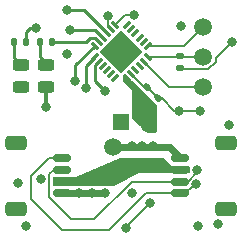
<source format=gbr>
%TF.GenerationSoftware,KiCad,Pcbnew,7.0.6*%
%TF.CreationDate,2023-08-27T19:49:05-04:00*%
%TF.ProjectId,miniclick,6d696e69-636c-4696-936b-2e6b69636164,rev?*%
%TF.SameCoordinates,Original*%
%TF.FileFunction,Copper,L4,Bot*%
%TF.FilePolarity,Positive*%
%FSLAX46Y46*%
G04 Gerber Fmt 4.6, Leading zero omitted, Abs format (unit mm)*
G04 Created by KiCad (PCBNEW 7.0.6) date 2023-08-27 19:49:05*
%MOMM*%
%LPD*%
G01*
G04 APERTURE LIST*
G04 Aperture macros list*
%AMRoundRect*
0 Rectangle with rounded corners*
0 $1 Rounding radius*
0 $2 $3 $4 $5 $6 $7 $8 $9 X,Y pos of 4 corners*
0 Add a 4 corners polygon primitive as box body*
4,1,4,$2,$3,$4,$5,$6,$7,$8,$9,$2,$3,0*
0 Add four circle primitives for the rounded corners*
1,1,$1+$1,$2,$3*
1,1,$1+$1,$4,$5*
1,1,$1+$1,$6,$7*
1,1,$1+$1,$8,$9*
0 Add four rect primitives between the rounded corners*
20,1,$1+$1,$2,$3,$4,$5,0*
20,1,$1+$1,$4,$5,$6,$7,0*
20,1,$1+$1,$6,$7,$8,$9,0*
20,1,$1+$1,$8,$9,$2,$3,0*%
%AMRotRect*
0 Rectangle, with rotation*
0 The origin of the aperture is its center*
0 $1 length*
0 $2 width*
0 $3 Rotation angle, in degrees counterclockwise*
0 Add horizontal line*
21,1,$1,$2,0,0,$3*%
G04 Aperture macros list end*
%TA.AperFunction,SMDPad,CuDef*%
%ADD10RoundRect,0.135000X0.135000X0.185000X-0.135000X0.185000X-0.135000X-0.185000X0.135000X-0.185000X0*%
%TD*%
%TA.AperFunction,SMDPad,CuDef*%
%ADD11RoundRect,0.243750X0.456250X-0.243750X0.456250X0.243750X-0.456250X0.243750X-0.456250X-0.243750X0*%
%TD*%
%TA.AperFunction,ComponentPad*%
%ADD12R,1.350000X1.350000*%
%TD*%
%TA.AperFunction,SMDPad,CuDef*%
%ADD13RoundRect,0.150000X-0.625000X0.150000X-0.625000X-0.150000X0.625000X-0.150000X0.625000X0.150000X0*%
%TD*%
%TA.AperFunction,SMDPad,CuDef*%
%ADD14RoundRect,0.250000X-0.650000X0.350000X-0.650000X-0.350000X0.650000X-0.350000X0.650000X0.350000X0*%
%TD*%
%TA.AperFunction,SMDPad,CuDef*%
%ADD15C,1.500000*%
%TD*%
%TA.AperFunction,SMDPad,CuDef*%
%ADD16RoundRect,0.135000X0.185000X-0.135000X0.185000X0.135000X-0.185000X0.135000X-0.185000X-0.135000X0*%
%TD*%
%TA.AperFunction,SMDPad,CuDef*%
%ADD17RoundRect,0.140000X0.021213X-0.219203X0.219203X-0.021213X-0.021213X0.219203X-0.219203X0.021213X0*%
%TD*%
%TA.AperFunction,SMDPad,CuDef*%
%ADD18RoundRect,0.150000X0.625000X-0.150000X0.625000X0.150000X-0.625000X0.150000X-0.625000X-0.150000X0*%
%TD*%
%TA.AperFunction,SMDPad,CuDef*%
%ADD19RoundRect,0.250000X0.650000X-0.350000X0.650000X0.350000X-0.650000X0.350000X-0.650000X-0.350000X0*%
%TD*%
%TA.AperFunction,SMDPad,CuDef*%
%ADD20RoundRect,0.062500X-0.203293X-0.291682X0.291682X0.203293X0.203293X0.291682X-0.291682X-0.203293X0*%
%TD*%
%TA.AperFunction,SMDPad,CuDef*%
%ADD21RoundRect,0.062500X0.203293X-0.291682X0.291682X-0.203293X-0.203293X0.291682X-0.291682X0.203293X0*%
%TD*%
%TA.AperFunction,SMDPad,CuDef*%
%ADD22RotRect,2.600000X2.600000X45.000000*%
%TD*%
%TA.AperFunction,ViaPad*%
%ADD23C,0.800000*%
%TD*%
%TA.AperFunction,Conductor*%
%ADD24C,0.250000*%
%TD*%
%TA.AperFunction,Conductor*%
%ADD25C,0.200000*%
%TD*%
%TA.AperFunction,Conductor*%
%ADD26C,0.600000*%
%TD*%
%TA.AperFunction,Conductor*%
%ADD27C,0.300000*%
%TD*%
G04 APERTURE END LIST*
D10*
%TO.P,R3,2*%
%TO.N,Net-(D6-A)*%
X141090000Y-90200000D03*
%TO.P,R3,1*%
%TO.N,LED*%
X142110000Y-90200000D03*
%TD*%
D11*
%TO.P,D6,2,A*%
%TO.N,Net-(D6-A)*%
X141600000Y-92162500D03*
%TO.P,D6,1,K*%
%TO.N,GND*%
X141600000Y-94037500D03*
%TD*%
D12*
%TO.P,J4,1,Pin_1*%
%TO.N,unconnected-(J4-Pin_1-Pad1)*%
X148000000Y-97000000D03*
%TD*%
D13*
%TO.P,J1,1,Pin_1*%
%TO.N,GND*%
X153000000Y-100000000D03*
%TO.P,J1,2,Pin_2*%
%TO.N,+3.3V*%
X153000000Y-101000000D03*
%TO.P,J1,3,Pin_3*%
%TO.N,SDA*%
X153000000Y-102000000D03*
%TO.P,J1,4,Pin_4*%
%TO.N,SCL*%
X153000000Y-103000000D03*
D14*
%TO.P,J1,MP*%
%TO.N,N/C*%
X156875000Y-98700000D03*
X156875000Y-104300000D03*
%TD*%
D15*
%TO.P,TP1,1,1*%
%TO.N,nRST*%
X154940000Y-88900000D03*
%TD*%
D16*
%TO.P,R2,1*%
%TO.N,+3.3V*%
X153000000Y-92410000D03*
%TO.P,R2,2*%
%TO.N,SWDCLK*%
X153000000Y-91390000D03*
%TD*%
D17*
%TO.P,C3,1*%
%TO.N,+3.3V*%
X149460589Y-94639411D03*
%TO.P,C3,2*%
%TO.N,GND*%
X150139411Y-93960589D03*
%TD*%
D15*
%TO.P,TP2,1,1*%
%TO.N,+3.3V*%
X147320000Y-101600000D03*
%TD*%
%TO.P,TP5,1,1*%
%TO.N,SWDCLK*%
X154940000Y-91440000D03*
%TD*%
D10*
%TO.P,R1,1*%
%TO.N,+3.3V*%
X139920000Y-90200000D03*
%TO.P,R1,2*%
%TO.N,Net-(D1-A)*%
X138900000Y-90200000D03*
%TD*%
D18*
%TO.P,J2,1,Pin_1*%
%TO.N,GND*%
X143000000Y-103000000D03*
%TO.P,J2,2,Pin_2*%
%TO.N,+3.3V*%
X143000000Y-102000000D03*
%TO.P,J2,3,Pin_3*%
%TO.N,SDA*%
X143000000Y-101000000D03*
%TO.P,J2,4,Pin_4*%
%TO.N,SCL*%
X143000000Y-100000000D03*
D19*
%TO.P,J2,MP*%
%TO.N,N/C*%
X139125000Y-104300000D03*
X139125000Y-98700000D03*
%TD*%
D17*
%TO.P,C2,1*%
%TO.N,+3.3V*%
X150460589Y-95639411D03*
%TO.P,C2,2*%
%TO.N,GND*%
X151139411Y-94960589D03*
%TD*%
D15*
%TO.P,TP4,1,1*%
%TO.N,SWDIO*%
X154940000Y-93980000D03*
%TD*%
D20*
%TO.P,U1,1,PA02*%
%TO.N,unconnected-(U1-PA02-Pad1)*%
X147513864Y-93253903D03*
%TO.P,U1,2,PA03*%
%TO.N,unconnected-(U1-PA03-Pad2)*%
X147160311Y-92900349D03*
%TO.P,U1,3,PA04*%
%TO.N,unconnected-(U1-PA04-Pad3)*%
X146806757Y-92546796D03*
%TO.P,U1,4,PA05*%
%TO.N,unconnected-(U1-PA05-Pad4)*%
X146453204Y-92193243D03*
%TO.P,U1,5,PA06*%
%TO.N,PA4*%
X146099651Y-91839689D03*
%TO.P,U1,6,PA07*%
%TO.N,PA5*%
X145746097Y-91486136D03*
D21*
%TO.P,U1,7,PA08*%
%TO.N,PA6*%
X145746097Y-90513864D03*
%TO.P,U1,8,PA09*%
%TO.N,LED*%
X146099651Y-90160311D03*
%TO.P,U1,9,PA10*%
%TO.N,ADRS_LED*%
X146453204Y-89806757D03*
%TO.P,U1,10,PA11*%
%TO.N,PA2*%
X146806757Y-89453204D03*
%TO.P,U1,11,PA14*%
%TO.N,SDA*%
X147160311Y-89099651D03*
%TO.P,U1,12,PA15*%
%TO.N,SCL*%
X147513864Y-88746097D03*
D20*
%TO.P,U1,13,PA16*%
%TO.N,unconnected-(U1-PA16-Pad13)*%
X148486136Y-88746097D03*
%TO.P,U1,14,PA17*%
%TO.N,unconnected-(U1-PA17-Pad14)*%
X148839689Y-89099651D03*
%TO.P,U1,15,PA22*%
%TO.N,unconnected-(U1-PA22-Pad15)*%
X149193243Y-89453204D03*
%TO.P,U1,16,PA23*%
%TO.N,unconnected-(U1-PA23-Pad16)*%
X149546796Y-89806757D03*
%TO.P,U1,17,PA27*%
%TO.N,unconnected-(U1-PA27-Pad17)*%
X149900349Y-90160311D03*
%TO.P,U1,18,PA28/~{RST}*%
%TO.N,nRST*%
X150253903Y-90513864D03*
D21*
%TO.P,U1,19,PA30/SWCLK*%
%TO.N,SWDCLK*%
X150253903Y-91486136D03*
%TO.P,U1,20,PA31/SWDIO*%
%TO.N,SWDIO*%
X149900349Y-91839689D03*
%TO.P,U1,21,PA24*%
%TO.N,unconnected-(U1-PA24-Pad21)*%
X149546796Y-92193243D03*
%TO.P,U1,22,PA25*%
%TO.N,unconnected-(U1-PA25-Pad22)*%
X149193243Y-92546796D03*
%TO.P,U1,23,GND*%
%TO.N,GND*%
X148839689Y-92900349D03*
%TO.P,U1,24,VDD*%
%TO.N,+3.3V*%
X148486136Y-93253903D03*
D22*
%TO.P,U1,25*%
%TO.N,N/C*%
X148000000Y-91000000D03*
%TD*%
D11*
%TO.P,D1,1,K*%
%TO.N,GND*%
X139500000Y-94037500D03*
%TO.P,D1,2,A*%
%TO.N,Net-(D1-A)*%
X139500000Y-92162500D03*
%TD*%
D15*
%TO.P,TP3,1,1*%
%TO.N,GND*%
X147320000Y-99060000D03*
%TD*%
D23*
%TO.N,+3.3V*%
X150500000Y-100500000D03*
X149355378Y-96544622D03*
X157367812Y-90195892D03*
X148700000Y-100500000D03*
X149600000Y-100500000D03*
X139900000Y-105800000D03*
X150100000Y-97400000D03*
X140800000Y-89000000D03*
X156200000Y-105600000D03*
%TO.N,GND*%
X141200000Y-101800000D03*
X150700000Y-99000000D03*
X153100000Y-88800000D03*
X154500000Y-105800000D03*
X141600000Y-95700000D03*
X157100000Y-97200000D03*
X152900000Y-96000000D03*
X143400000Y-91200000D03*
X146600000Y-103000000D03*
X148900000Y-103000000D03*
X139300000Y-102100000D03*
X145500000Y-103000000D03*
X148900000Y-99000000D03*
X154700000Y-96000000D03*
X144400000Y-103000000D03*
X149800000Y-99000000D03*
%TO.N,ADRS_LED*%
X143702701Y-89162299D03*
%TO.N,PA6*%
X144100000Y-93500000D03*
%TO.N,PA4*%
X146600000Y-94300000D03*
%TO.N,PA5*%
X150400000Y-103850500D03*
X148400000Y-105900000D03*
X145000000Y-94100000D03*
%TO.N,PA2*%
X143400000Y-87500000D03*
%TO.N,SDA*%
X154400000Y-101000000D03*
X146844293Y-87984490D03*
%TO.N,SCL*%
X154367926Y-102249057D03*
X149062968Y-87907868D03*
%TD*%
D24*
%TO.N,PA4*%
X145774022Y-93474022D02*
X146600000Y-94300000D01*
X145774022Y-92165318D02*
X145774022Y-93474022D01*
X146099651Y-91839689D02*
X145774022Y-92165318D01*
%TO.N,PA5*%
X145000000Y-92232233D02*
X145000000Y-94100000D01*
X145746097Y-91486136D02*
X145000000Y-92232233D01*
%TO.N,PA6*%
X144100000Y-92159961D02*
X144100000Y-93500000D01*
X145746097Y-90513864D02*
X144100000Y-92159961D01*
%TO.N,LED*%
X145016978Y-90200000D02*
X142110000Y-90200000D01*
X145382296Y-89834682D02*
X145016978Y-90200000D01*
X145774022Y-89834682D02*
X145382296Y-89834682D01*
X146099651Y-90160311D02*
X145774022Y-89834682D01*
%TO.N,ADRS_LED*%
X145808746Y-89162299D02*
X143702701Y-89162299D01*
X146453204Y-89806757D02*
X145808746Y-89162299D01*
%TO.N,PA2*%
X144853553Y-87500000D02*
X146806757Y-89453204D01*
X143400000Y-87500000D02*
X144853553Y-87500000D01*
%TO.N,Net-(D6-A)*%
X141600000Y-92000000D02*
X141090000Y-91490000D01*
X141600000Y-92162500D02*
X141600000Y-92000000D01*
X141090000Y-91490000D02*
X141090000Y-90200000D01*
%TO.N,+3.3V*%
X140300000Y-89000000D02*
X140800000Y-89000000D01*
X139920000Y-90200000D02*
X139920000Y-89380000D01*
X139920000Y-89380000D02*
X140300000Y-89000000D01*
%TO.N,Net-(D1-A)*%
X138900000Y-91562500D02*
X139500000Y-92162500D01*
X138900000Y-90200000D02*
X138900000Y-91562500D01*
D25*
%TO.N,nRST*%
X153326136Y-90513864D02*
X154940000Y-88900000D01*
%TO.N,SDA*%
X146859683Y-88799023D02*
X147160311Y-89099651D01*
X146844293Y-87984490D02*
X146859683Y-87999880D01*
X146859683Y-87999880D02*
X146859683Y-88799023D01*
X146844293Y-87984490D02*
X146859683Y-87969100D01*
%TO.N,SCL*%
X148352093Y-87907868D02*
X147513864Y-88746097D01*
X149062968Y-87907868D02*
X148352093Y-87907868D01*
X149062968Y-87907868D02*
X148907868Y-87907868D01*
%TO.N,+3.3V*%
X155990000Y-91573704D02*
X155990000Y-91874925D01*
X157367812Y-90195892D02*
X155990000Y-91573704D01*
D26*
X148700000Y-100500000D02*
X149600000Y-100500000D01*
D27*
X140800000Y-89000000D02*
X140800000Y-89100000D01*
D25*
X153080000Y-92490000D02*
X153000000Y-92410000D01*
D26*
X149600000Y-100500000D02*
X150500000Y-100500000D01*
D25*
X155374925Y-92490000D02*
X153080000Y-92490000D01*
X155990000Y-91874925D02*
X155374925Y-92490000D01*
D26*
%TO.N,GND*%
X150760000Y-99060000D02*
X150700000Y-99000000D01*
D27*
X141600000Y-94037500D02*
X141600000Y-95700000D01*
D26*
X146600000Y-103000000D02*
X145900000Y-103000000D01*
X151860000Y-99060000D02*
X150760000Y-99060000D01*
D25*
X149899929Y-93960589D02*
X150139411Y-93960589D01*
D26*
X148900000Y-99000000D02*
X148840000Y-99060000D01*
D25*
X152500000Y-96000000D02*
X151460589Y-94960589D01*
D26*
X149740000Y-99060000D02*
X148960000Y-99060000D01*
X150700000Y-99000000D02*
X150640000Y-99060000D01*
X149800000Y-99000000D02*
X149740000Y-99060000D01*
X143000000Y-103000000D02*
X144400000Y-103000000D01*
D25*
X152900000Y-96000000D02*
X152500000Y-96000000D01*
X148839689Y-92900349D02*
X149899929Y-93960589D01*
D26*
X144400000Y-103000000D02*
X145500000Y-103000000D01*
X152100000Y-99100000D02*
X151900000Y-99100000D01*
D25*
X154700000Y-96000000D02*
X152900000Y-96000000D01*
D26*
X150640000Y-99060000D02*
X149860000Y-99060000D01*
D25*
X151460589Y-94960589D02*
X151139411Y-94960589D01*
D26*
X153000000Y-100000000D02*
X152100000Y-99100000D01*
X148960000Y-99060000D02*
X148900000Y-99000000D01*
X151900000Y-99100000D02*
X151860000Y-99060000D01*
X145500000Y-103000000D02*
X146600000Y-103000000D01*
D25*
X150139411Y-93960589D02*
X151139411Y-94960589D01*
D27*
X141600000Y-95700000D02*
X141700000Y-95800000D01*
D26*
X148840000Y-99060000D02*
X147320000Y-99060000D01*
X149860000Y-99060000D02*
X149800000Y-99000000D01*
D25*
%TO.N,SWDIO*%
X152040660Y-93980000D02*
X149900349Y-91839689D01*
X154940000Y-93980000D02*
X152040660Y-93980000D01*
%TO.N,SWDCLK*%
X153000000Y-91390000D02*
X152903864Y-91486136D01*
X154940000Y-91440000D02*
X153050000Y-91440000D01*
X152903864Y-91486136D02*
X150253903Y-91486136D01*
X153050000Y-91440000D02*
X153000000Y-91390000D01*
%TO.N,nRST*%
X150253903Y-90513864D02*
X153326136Y-90513864D01*
%TO.N,PA5*%
X148400000Y-105850500D02*
X148400000Y-105900000D01*
X150400000Y-103850500D02*
X148400000Y-105850500D01*
%TO.N,SDA*%
X145700000Y-105200000D02*
X143788604Y-105200000D01*
X153000000Y-102000000D02*
X153627033Y-102000000D01*
X148900000Y-102000000D02*
X145700000Y-105200000D01*
X153627033Y-102000000D02*
X154400000Y-101227033D01*
X141925000Y-101375000D02*
X142300000Y-101000000D01*
X142300000Y-101000000D02*
X143000000Y-101000000D01*
X153000000Y-102000000D02*
X148900000Y-102000000D01*
X141925000Y-103336396D02*
X141925000Y-101375000D01*
X143788604Y-105200000D02*
X141925000Y-103336396D01*
X154400000Y-101227033D02*
X154400000Y-101000000D01*
%TO.N,SCL*%
X140400000Y-103500000D02*
X143000000Y-106100000D01*
X154367926Y-102249057D02*
X154075000Y-102249057D01*
X150100000Y-103000000D02*
X153000000Y-103000000D01*
X154075000Y-102249057D02*
X154075000Y-102336396D01*
X143000000Y-100000000D02*
X141900000Y-100000000D01*
X154075000Y-102336396D02*
X153411396Y-103000000D01*
X153411396Y-103000000D02*
X153000000Y-103000000D01*
X141900000Y-100000000D02*
X140400000Y-101500000D01*
X143000000Y-106100000D02*
X147000000Y-106100000D01*
X147000000Y-106100000D02*
X150100000Y-103000000D01*
X140400000Y-101500000D02*
X140400000Y-103500000D01*
%TD*%
%TA.AperFunction,Conductor*%
%TO.N,+3.3V*%
G36*
X151615677Y-100019685D02*
G01*
X151636319Y-100036319D01*
X152300000Y-100700000D01*
X153676000Y-100700000D01*
X153743039Y-100719685D01*
X153788794Y-100772489D01*
X153800000Y-100824000D01*
X153800000Y-100952773D01*
X153799469Y-100960875D01*
X153794318Y-100999999D01*
X153794318Y-101000000D01*
X153799469Y-101039124D01*
X153800000Y-101047225D01*
X153800000Y-101176000D01*
X153780315Y-101243039D01*
X153727511Y-101288794D01*
X153676000Y-101300000D01*
X149499999Y-101300000D01*
X147427027Y-102385843D01*
X147369490Y-102400000D01*
X146647226Y-102400000D01*
X146639127Y-102399469D01*
X146600000Y-102394318D01*
X146560872Y-102399469D01*
X146552774Y-102400000D01*
X145547226Y-102400000D01*
X145539127Y-102399469D01*
X145500000Y-102394318D01*
X145460872Y-102399469D01*
X145452774Y-102400000D01*
X144447226Y-102400000D01*
X144439127Y-102399469D01*
X144400000Y-102394318D01*
X144360872Y-102399469D01*
X144352774Y-102400000D01*
X142349500Y-102400000D01*
X142282461Y-102380315D01*
X142236706Y-102327511D01*
X142225500Y-102276000D01*
X142225500Y-101724000D01*
X142245185Y-101656961D01*
X142297989Y-101611206D01*
X142349500Y-101600000D01*
X144200000Y-101600000D01*
X147876445Y-100010186D01*
X147925662Y-100000000D01*
X151548638Y-100000000D01*
X151615677Y-100019685D01*
G37*
%TD.AperFunction*%
%TD*%
%TA.AperFunction,Conductor*%
%TO.N,+3.3V*%
G36*
X148409812Y-93006866D02*
G01*
X148432446Y-93023616D01*
X148897084Y-93457278D01*
X149789401Y-94290108D01*
X149948069Y-94448775D01*
X149948073Y-94448778D01*
X149948077Y-94448782D01*
X149952294Y-94452481D01*
X149955252Y-94455252D01*
X150644750Y-95144750D01*
X150647525Y-95147712D01*
X150651212Y-95151916D01*
X150651224Y-95151931D01*
X150872757Y-95373463D01*
X150948069Y-95448775D01*
X150952294Y-95452481D01*
X150955252Y-95455252D01*
X150963681Y-95463681D01*
X150997166Y-95525004D01*
X151000000Y-95551362D01*
X151000000Y-97776000D01*
X150980315Y-97843039D01*
X150927511Y-97888794D01*
X150876000Y-97900000D01*
X150345871Y-97900000D01*
X150278832Y-97880315D01*
X150265173Y-97870148D01*
X148943302Y-96737116D01*
X148905212Y-96678541D01*
X148900000Y-96642968D01*
X148900000Y-94300000D01*
X148891207Y-94290108D01*
X148150912Y-93457276D01*
X148121087Y-93394095D01*
X148128460Y-93328848D01*
X148232713Y-93068215D01*
X148275887Y-93013284D01*
X148341907Y-92990413D01*
X148409812Y-93006866D01*
G37*
%TD.AperFunction*%
%TD*%
M02*

</source>
